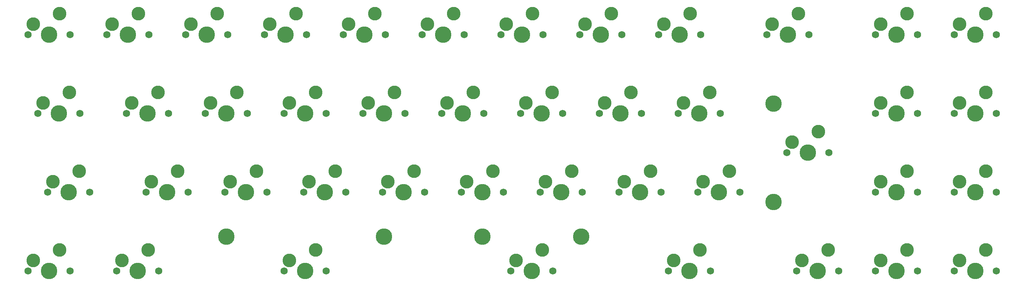
<source format=gbr>
%TF.GenerationSoftware,KiCad,Pcbnew,7.0.6*%
%TF.CreationDate,2023-07-09T11:59:42+02:00*%
%TF.ProjectId,cursed-scandinavian-iso-van,63757273-6564-42d7-9363-616e64696e61,rev?*%
%TF.SameCoordinates,Original*%
%TF.FileFunction,Soldermask,Top*%
%TF.FilePolarity,Negative*%
%FSLAX46Y46*%
G04 Gerber Fmt 4.6, Leading zero omitted, Abs format (unit mm)*
G04 Created by KiCad (PCBNEW 7.0.6) date 2023-07-09 11:59:42*
%MOMM*%
%LPD*%
G01*
G04 APERTURE LIST*
%ADD10C,3.987800*%
%ADD11C,1.750000*%
%ADD12C,3.300000*%
G04 APERTURE END LIST*
D10*
%TO.C,S3*%
X208438750Y-50006250D03*
X208438750Y-73818750D03*
%TD*%
D11*
%TO.C,MX37*%
X59848750Y-90487500D03*
D10*
X54768750Y-90487500D03*
D11*
X49688750Y-90487500D03*
D12*
X50958750Y-87947500D03*
X57308750Y-85407500D03*
%TD*%
D11*
%TO.C,MX40*%
X193198750Y-90487500D03*
D10*
X188118750Y-90487500D03*
D11*
X183038750Y-90487500D03*
D12*
X184308750Y-87947500D03*
X190658750Y-85407500D03*
%TD*%
D10*
%TO.C,S2*%
X138112500Y-82232500D03*
X161925000Y-82232500D03*
%TD*%
%TO.C,S1*%
X76200000Y-82232500D03*
X114300000Y-82232500D03*
%TD*%
D11*
%TO.C,MX43*%
X262255000Y-90487500D03*
D10*
X257175000Y-90487500D03*
D11*
X252095000Y-90487500D03*
D12*
X253365000Y-87947500D03*
X259715000Y-85407500D03*
%TD*%
D11*
%TO.C,MX42*%
X243205000Y-90487500D03*
D10*
X238125000Y-90487500D03*
D11*
X233045000Y-90487500D03*
D12*
X234315000Y-87947500D03*
X240665000Y-85407500D03*
%TD*%
D11*
%TO.C,MX41*%
X224155000Y-90487500D03*
D10*
X219075000Y-90487500D03*
D11*
X213995000Y-90487500D03*
D12*
X215265000Y-87947500D03*
X221615000Y-85407500D03*
%TD*%
D11*
%TO.C,MX39*%
X155098750Y-90487500D03*
D10*
X150018750Y-90487500D03*
D11*
X144938750Y-90487500D03*
D12*
X146208750Y-87947500D03*
X152558750Y-85407500D03*
%TD*%
D11*
%TO.C,MX38*%
X100330000Y-90487500D03*
D10*
X95250000Y-90487500D03*
D11*
X90170000Y-90487500D03*
D12*
X91440000Y-87947500D03*
X97790000Y-85407500D03*
%TD*%
D11*
%TO.C,MX36*%
X38417500Y-90487500D03*
D10*
X33337500Y-90487500D03*
D11*
X28257500Y-90487500D03*
D12*
X29527500Y-87947500D03*
X35877500Y-85407500D03*
%TD*%
D11*
%TO.C,MX35*%
X262255000Y-71437500D03*
D10*
X257175000Y-71437500D03*
D11*
X252095000Y-71437500D03*
D12*
X253365000Y-68897500D03*
X259715000Y-66357500D03*
%TD*%
D11*
%TO.C,MX34*%
X243205000Y-71437500D03*
D10*
X238125000Y-71437500D03*
D11*
X233045000Y-71437500D03*
D12*
X234315000Y-68897500D03*
X240665000Y-66357500D03*
%TD*%
D11*
%TO.C,MX33*%
X200342500Y-71437500D03*
D10*
X195262500Y-71437500D03*
D11*
X190182500Y-71437500D03*
D12*
X191452500Y-68897500D03*
X197802500Y-66357500D03*
%TD*%
D11*
%TO.C,MX32*%
X181292500Y-71437500D03*
D10*
X176212500Y-71437500D03*
D11*
X171132500Y-71437500D03*
D12*
X172402500Y-68897500D03*
X178752500Y-66357500D03*
%TD*%
D11*
%TO.C,MX31*%
X162242500Y-71437500D03*
D10*
X157162500Y-71437500D03*
D11*
X152082500Y-71437500D03*
D12*
X153352500Y-68897500D03*
X159702500Y-66357500D03*
%TD*%
D11*
%TO.C,MX30*%
X143192500Y-71437500D03*
D10*
X138112500Y-71437500D03*
D11*
X133032500Y-71437500D03*
D12*
X134302500Y-68897500D03*
X140652500Y-66357500D03*
%TD*%
D11*
%TO.C,MX29*%
X124142500Y-71437500D03*
D10*
X119062500Y-71437500D03*
D11*
X113982500Y-71437500D03*
D12*
X115252500Y-68897500D03*
X121602500Y-66357500D03*
%TD*%
D11*
%TO.C,MX28*%
X105092500Y-71437500D03*
D10*
X100012500Y-71437500D03*
D11*
X94932500Y-71437500D03*
D12*
X96202500Y-68897500D03*
X102552500Y-66357500D03*
%TD*%
D11*
%TO.C,MX27*%
X86042500Y-71437500D03*
D10*
X80962500Y-71437500D03*
D11*
X75882500Y-71437500D03*
D12*
X77152500Y-68897500D03*
X83502500Y-66357500D03*
%TD*%
D11*
%TO.C,MX26*%
X66992500Y-71437500D03*
D10*
X61912500Y-71437500D03*
D11*
X56832500Y-71437500D03*
D12*
X58102500Y-68897500D03*
X64452500Y-66357500D03*
%TD*%
D11*
%TO.C,MX25*%
X43180000Y-71437500D03*
D10*
X38100000Y-71437500D03*
D11*
X33020000Y-71437500D03*
D12*
X34290000Y-68897500D03*
X40640000Y-66357500D03*
%TD*%
D11*
%TO.C,MX24*%
X262255000Y-52387500D03*
D10*
X257175000Y-52387500D03*
D11*
X252095000Y-52387500D03*
D12*
X253365000Y-49847500D03*
X259715000Y-47307500D03*
%TD*%
D11*
%TO.C,MX23*%
X243205000Y-52387500D03*
D10*
X238125000Y-52387500D03*
D11*
X233045000Y-52387500D03*
D12*
X234315000Y-49847500D03*
X240665000Y-47307500D03*
%TD*%
D11*
%TO.C,MX22*%
X221773750Y-61912500D03*
D10*
X216693750Y-61912500D03*
D11*
X211613750Y-61912500D03*
D12*
X212883750Y-59372500D03*
X219233750Y-56832500D03*
%TD*%
D11*
%TO.C,MX21*%
X195580000Y-52387500D03*
D10*
X190500000Y-52387500D03*
D11*
X185420000Y-52387500D03*
D12*
X186690000Y-49847500D03*
X193040000Y-47307500D03*
%TD*%
D11*
%TO.C,MX20*%
X176530000Y-52387500D03*
D10*
X171450000Y-52387500D03*
D11*
X166370000Y-52387500D03*
D12*
X167640000Y-49847500D03*
X173990000Y-47307500D03*
%TD*%
D11*
%TO.C,MX19*%
X157480000Y-52387500D03*
D10*
X152400000Y-52387500D03*
D11*
X147320000Y-52387500D03*
D12*
X148590000Y-49847500D03*
X154940000Y-47307500D03*
%TD*%
D11*
%TO.C,MX18*%
X138430000Y-52387500D03*
D10*
X133350000Y-52387500D03*
D11*
X128270000Y-52387500D03*
D12*
X129540000Y-49847500D03*
X135890000Y-47307500D03*
%TD*%
D11*
%TO.C,MX17*%
X119380000Y-52387500D03*
D10*
X114300000Y-52387500D03*
D11*
X109220000Y-52387500D03*
D12*
X110490000Y-49847500D03*
X116840000Y-47307500D03*
%TD*%
D11*
%TO.C,MX16*%
X100330000Y-52387500D03*
D10*
X95250000Y-52387500D03*
D11*
X90170000Y-52387500D03*
D12*
X91440000Y-49847500D03*
X97790000Y-47307500D03*
%TD*%
D11*
%TO.C,MX15*%
X81280000Y-52387500D03*
D10*
X76200000Y-52387500D03*
D11*
X71120000Y-52387500D03*
D12*
X72390000Y-49847500D03*
X78740000Y-47307500D03*
%TD*%
D11*
%TO.C,MX14*%
X62230000Y-52387500D03*
D10*
X57150000Y-52387500D03*
D11*
X52070000Y-52387500D03*
D12*
X53340000Y-49847500D03*
X59690000Y-47307500D03*
%TD*%
D11*
%TO.C,MX13*%
X40798750Y-52387500D03*
D10*
X35718750Y-52387500D03*
D11*
X30638750Y-52387500D03*
D12*
X31908750Y-49847500D03*
X38258750Y-47307500D03*
%TD*%
D11*
%TO.C,MX12*%
X262255000Y-33337500D03*
D10*
X257175000Y-33337500D03*
D11*
X252095000Y-33337500D03*
D12*
X253365000Y-30797500D03*
X259715000Y-28257500D03*
%TD*%
D11*
%TO.C,MX11*%
X243205000Y-33337500D03*
D10*
X238125000Y-33337500D03*
D11*
X233045000Y-33337500D03*
D12*
X234315000Y-30797500D03*
X240665000Y-28257500D03*
%TD*%
D11*
%TO.C,MX10*%
X217011250Y-33337500D03*
D10*
X211931250Y-33337500D03*
D11*
X206851250Y-33337500D03*
D12*
X208121250Y-30797500D03*
X214471250Y-28257500D03*
%TD*%
D11*
%TO.C,MX9*%
X190817500Y-33337500D03*
D10*
X185737500Y-33337500D03*
D11*
X180657500Y-33337500D03*
D12*
X181927500Y-30797500D03*
X188277500Y-28257500D03*
%TD*%
D11*
%TO.C,MX8*%
X171767500Y-33337500D03*
D10*
X166687500Y-33337500D03*
D11*
X161607500Y-33337500D03*
D12*
X162877500Y-30797500D03*
X169227500Y-28257500D03*
%TD*%
D11*
%TO.C,MX7*%
X152717500Y-33337500D03*
D10*
X147637500Y-33337500D03*
D11*
X142557500Y-33337500D03*
D12*
X143827500Y-30797500D03*
X150177500Y-28257500D03*
%TD*%
D11*
%TO.C,MX6*%
X133667500Y-33337500D03*
D10*
X128587500Y-33337500D03*
D11*
X123507500Y-33337500D03*
D12*
X124777500Y-30797500D03*
X131127500Y-28257500D03*
%TD*%
D11*
%TO.C,MX5*%
X114617500Y-33337500D03*
D10*
X109537500Y-33337500D03*
D11*
X104457500Y-33337500D03*
D12*
X105727500Y-30797500D03*
X112077500Y-28257500D03*
%TD*%
D11*
%TO.C,MX4*%
X95567500Y-33337500D03*
D10*
X90487500Y-33337500D03*
D11*
X85407500Y-33337500D03*
D12*
X86677500Y-30797500D03*
X93027500Y-28257500D03*
%TD*%
D11*
%TO.C,MX3*%
X76517500Y-33337500D03*
D10*
X71437500Y-33337500D03*
D11*
X66357500Y-33337500D03*
D12*
X67627500Y-30797500D03*
X73977500Y-28257500D03*
%TD*%
D11*
%TO.C,MX2*%
X57467500Y-33337500D03*
D10*
X52387500Y-33337500D03*
D11*
X47307500Y-33337500D03*
D12*
X48577500Y-30797500D03*
X54927500Y-28257500D03*
%TD*%
D11*
%TO.C,MX1*%
X38417500Y-33337500D03*
D10*
X33337500Y-33337500D03*
D11*
X28257500Y-33337500D03*
D12*
X29527500Y-30797500D03*
X35877500Y-28257500D03*
%TD*%
M02*

</source>
